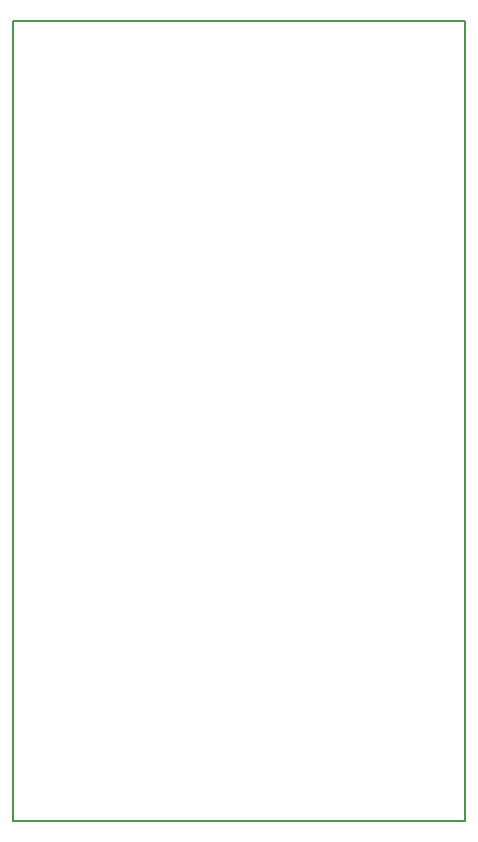
<source format=gbr>
%TF.GenerationSoftware,KiCad,Pcbnew,8.0.2-8.0.2-0~ubuntu20.04.1*%
%TF.CreationDate,2024-11-25T18:09:51+05:30*%
%TF.ProjectId,VayuVani-GS,56617975-5661-46e6-992d-47532e6b6963,rev?*%
%TF.SameCoordinates,Original*%
%TF.FileFunction,Profile,NP*%
%FSLAX46Y46*%
G04 Gerber Fmt 4.6, Leading zero omitted, Abs format (unit mm)*
G04 Created by KiCad (PCBNEW 8.0.2-8.0.2-0~ubuntu20.04.1) date 2024-11-25 18:09:51*
%MOMM*%
%LPD*%
G01*
G04 APERTURE LIST*
%TA.AperFunction,Profile*%
%ADD10C,0.200000*%
%TD*%
G04 APERTURE END LIST*
D10*
X88440000Y-51560000D02*
X126770000Y-51560000D01*
X126770000Y-119290000D01*
X88440000Y-119290000D01*
X88440000Y-51560000D01*
M02*

</source>
